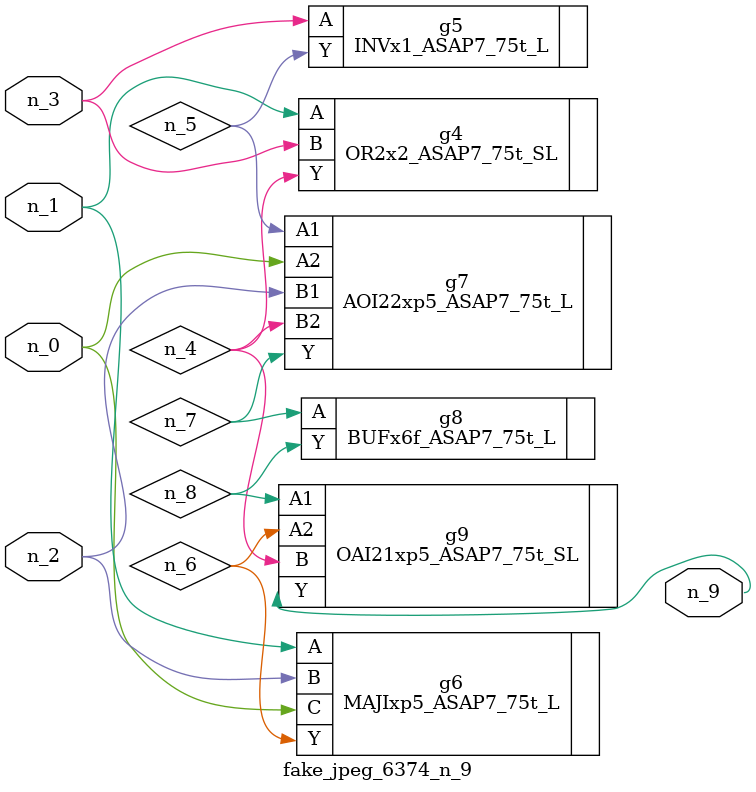
<source format=v>
module fake_jpeg_6374_n_9 (n_0, n_3, n_2, n_1, n_9);

input n_0;
input n_3;
input n_2;
input n_1;

output n_9;

wire n_4;
wire n_8;
wire n_6;
wire n_5;
wire n_7;

OR2x2_ASAP7_75t_SL g4 ( 
.A(n_1),
.B(n_3),
.Y(n_4)
);

INVx1_ASAP7_75t_L g5 ( 
.A(n_3),
.Y(n_5)
);

MAJIxp5_ASAP7_75t_L g6 ( 
.A(n_1),
.B(n_2),
.C(n_0),
.Y(n_6)
);

AOI22xp5_ASAP7_75t_L g7 ( 
.A1(n_5),
.A2(n_0),
.B1(n_2),
.B2(n_4),
.Y(n_7)
);

BUFx6f_ASAP7_75t_L g8 ( 
.A(n_7),
.Y(n_8)
);

OAI21xp5_ASAP7_75t_SL g9 ( 
.A1(n_8),
.A2(n_6),
.B(n_4),
.Y(n_9)
);


endmodule
</source>
